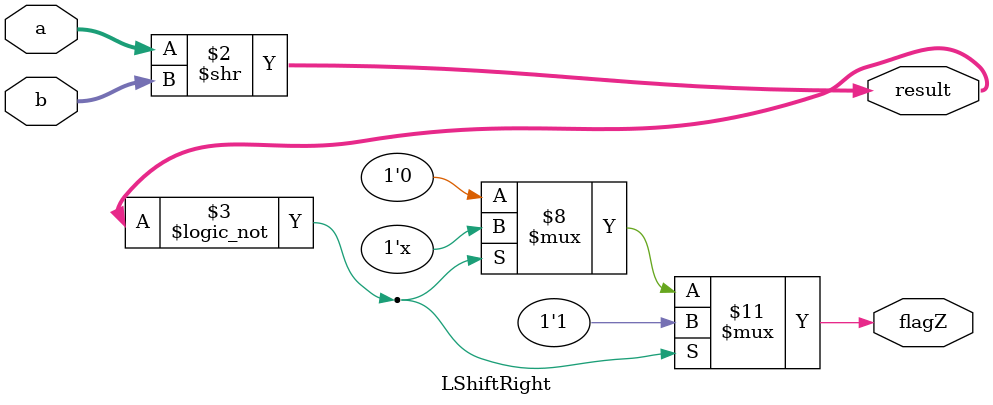
<source format=sv>


module LShiftRight #(parameter N=4)(input logic [N-1:0] a, 
												input logic [N-1:0] b, 
												output reg [N-1:0] result,
												output reg flagZ);

	
	always_comb begin
		
		//INICIALIZACIÓN DE VARIABLES
		result = 0;
		flagZ = 0;
		
		result = a >> b;
		
		// FLAG CERO
		if (result == 0) begin
			flagZ = 1;
		end
		
		else if (result != 0) begin
			flagZ = 0;
		end
		
	end	
	
endmodule 
</source>
